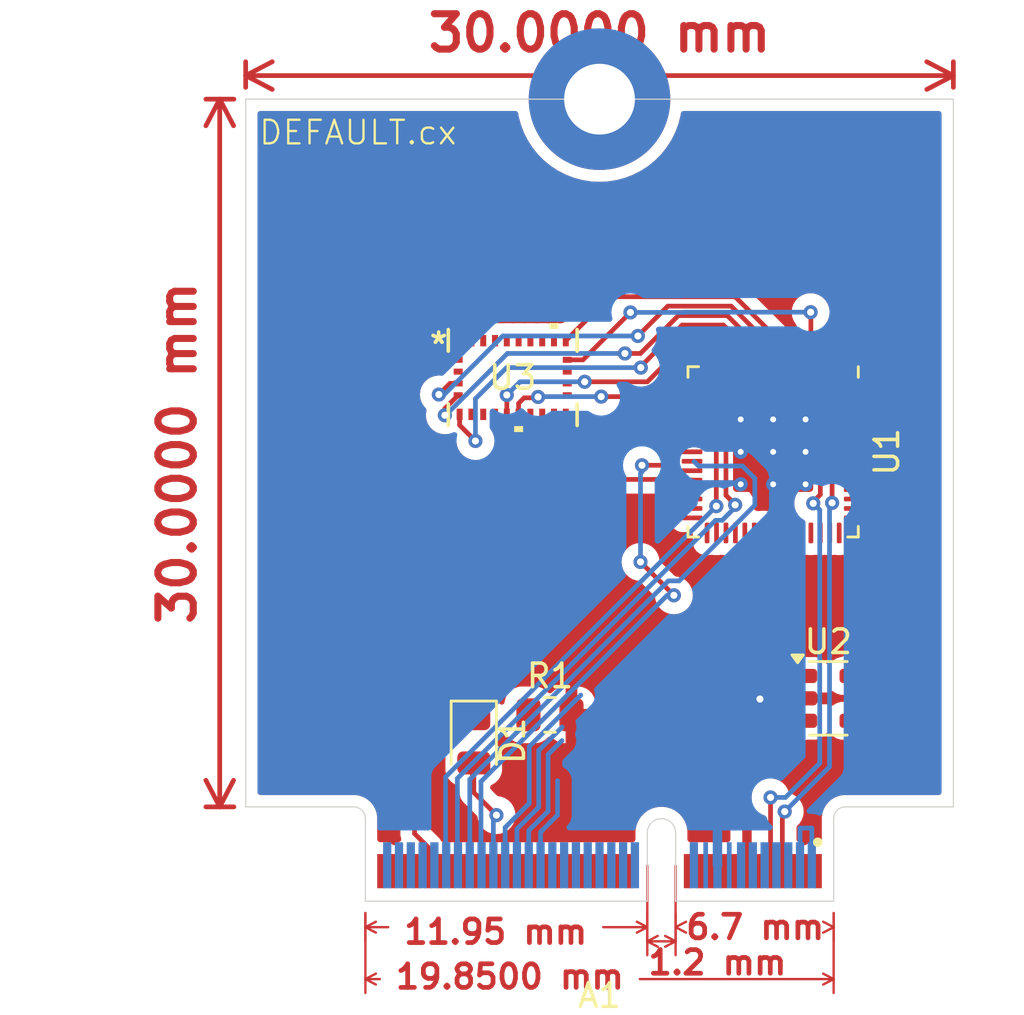
<source format=kicad_pcb>
(kicad_pcb (version 20240108) (generator "pcbnew") (generator_version "8.0")
  (layers (0 "F.Cu" signal) (31 "B.Cu" signal) (34 "B.Paste" user) (35 "F.Paste" user) (36 "B.SilkS" user "B.Silkscreen") (37 "F.SilkS" user "F.Silkscreen") (38 "B.Mask" user) (39 "F.Mask" user) (44 "Edge.Cuts" user))
  (net 0 "")
  (net 1 "+3.3V")
  (net 2 "GND")
  (net 3 "Net-(A1-UART_TX)")
  (net 4 "Net-(A1-UART_RX)")
  (net 5 "Net-(A1-USB_DP)")
  (net 6 "Net-(A1-USB_DM)")
  (net 7 "Net-(A1-TP89)")
  (net 8 "Net-(U1-GPIO9)")
  (net 11 "Net-(U1-GPIO10)")
  (net 19 "Net-(A1-TP92)")
  (net 21 "Net-(U1-GPIO3)")
  (net 24 "Net-(A1-TP88)")
  (net 25 "Net-(U1-GPIO2)")
  (net 26 "Net-(U1-GPIO4)")
  (net 33 "Net-(U1-GPIO5)")
  (net 34 "Net-(U1-GPIO7)")
  (net 36 "Net-(A1-TP87)")
  (net 39 "RESET")
  (net 43 "Net-(A1-TP91)")
  (net 48 "Net-(U1-GPIO8)")
  (net 75 "+5V")
  (net 77 "Net-(U1-GPIO6)")
  (net 78 "Net-(D1-K)")
  (net 79 "Net-(A1-TP90)")
  (footprint "RP2350_60QFN_minimal:RP2350-QFN-60-1EP_7x7_P0.4mm_EP3.4x3.4mm_ThermalVias" (layer "F.Cu") (at 107.36 113.15 -90)
    (property "Reference" "U1" (at 0 -4.82 90) (layer "F.SilkS"))
    (property "Value" "RP2350_60QFN")
    (fp_line (start -3.61 3.61) (end -3.61 3.16) (stroke (width 0.12)) (layer "F.SilkS"))
    (fp_line (start -3.16 3.61) (end -3.61 3.61) (stroke (width 0.12)) (layer "F.SilkS"))
    (fp_line (start 3.16 3.61) (end 3.61 3.61) (stroke (width 0.12)) (layer "F.SilkS"))
    (fp_line (start 3.61 3.61) (end 3.61 3.16) (stroke (width 0.12)) (layer "F.SilkS"))
    (fp_line (start -3.16 -3.61) (end -3.61 -3.61) (stroke (width 0.12)) (layer "F.SilkS"))
    (fp_line (start 3.16 -3.61) (end 3.61 -3.61) (stroke (width 0.12)) (layer "F.SilkS"))
    (fp_line (start 3.61 -3.61) (end 3.61 -3.16) (stroke (width 0.12)) (layer "F.SilkS"))
    (pad "1" smd roundrect (at -3.4375 -2.8 270) (size 0.875 0.2) (layers "F.Cu" "F.Paste" "F.Mask") (chamfer_ratio 0.25) (chamfer top_right))
    (pad "2" smd roundrect (at -3.4375 -2.4 270) (size 0.875 0.2) (layers "F.Cu" "F.Paste" "F.Mask") (net 3 "Net-(A1-UART_TX)"))
    (pad "3" smd roundrect (at -3.4375 -2 270) (size 0.875 0.2) (layers "F.Cu" "F.Paste" "F.Mask") (net 4 "Net-(A1-UART_RX)"))
    (pad "4" smd roundrect (at -3.4375 -1.6 270) (size 0.875 0.2) (layers "F.Cu" "F.Paste" "F.Mask") (net 25 "Net-(U1-GPIO2)"))
    (pad "5" smd roundrect (at -3.4375 -1.2 270) (size 0.875 0.2) (layers "F.Cu" "F.Paste" "F.Mask") (net 21 "Net-(U1-GPIO3)"))
    (pad "6" smd roundrect (at -3.4375 -0.8 270) (size 0.875 0.2) (layers "F.Cu" "F.Paste" "F.Mask"))
    (pad "7" smd roundrect (at -3.4375 -0.4 270) (size 0.875 0.2) (layers "F.Cu" "F.Paste" "F.Mask") (net 26 "Net-(U1-GPIO4)"))
    (pad "8" smd roundrect (at -3.4375 0 270) (size 0.875 0.2) (layers "F.Cu" "F.Paste" "F.Mask") (net 33 "Net-(U1-GPIO5)"))
    (pad "9" smd roundrect (at -3.4375 0.4 270) (size 0.875 0.2) (layers "F.Cu" "F.Paste" "F.Mask") (net 77 "Net-(U1-GPIO6)"))
    (pad "10" smd roundrect (at -3.4375 0.8 270) (size 0.875 0.2) (layers "F.Cu" "F.Paste" "F.Mask") (net 34 "Net-(U1-GPIO7)"))
    (pad "11" smd roundrect (at -3.4375 1.2 270) (size 0.875 0.2) (layers "F.Cu" "F.Paste" "F.Mask"))
    (pad "12" smd roundrect (at -3.4375 1.6 270) (size 0.875 0.2) (layers "F.Cu" "F.Paste" "F.Mask") (net 48 "Net-(U1-GPIO8)"))
    (pad "13" smd roundrect (at -3.4375 2 270) (size 0.875 0.2) (layers "F.Cu" "F.Paste" "F.Mask") (net 8 "Net-(U1-GPIO9)"))
    (pad "14" smd roundrect (at -3.4375 2.4 270) (size 0.875 0.2) (layers "F.Cu" "F.Paste" "F.Mask") (net 11 "Net-(U1-GPIO10)"))
    (pad "15" smd roundrect (at -3.4375 2.8 270) (size 0.875 0.2) (layers "F.Cu" "F.Paste" "F.Mask") (chamfer_ratio 0.25) (chamfer bottom_right) (net 36 "Net-(A1-TP87)"))
    (pad "16" smd roundrect (at -2.8 3.4375 270) (size 0.2 0.875) (layers "F.Cu" "F.Paste" "F.Mask") (chamfer_ratio 0.25) (chamfer top_left) (net 24 "Net-(A1-TP88)"))
    (pad "17" smd roundrect (at -2.4 3.4375 270) (size 0.2 0.875) (layers "F.Cu" "F.Paste" "F.Mask") (net 7 "Net-(A1-TP89)"))
    (pad "18" smd roundrect (at -2 3.4375 270) (size 0.2 0.875) (layers "F.Cu" "F.Paste" "F.Mask"))
    (pad "19" smd roundrect (at -1.6 3.4375 270) (size 0.2 0.875) (layers "F.Cu" "F.Paste" "F.Mask"))
    (pad "20" smd roundrect (at -1.2 3.4375 270) (size 0.2 0.875) (layers "F.Cu" "F.Paste" "F.Mask"))
    (pad "21" smd roundrect (at -0.8 3.4375 270) (size 0.2 0.875) (layers "F.Cu" "F.Paste" "F.Mask"))
    (pad "22" smd roundrect (at -0.4 3.4375 270) (size 0.2 0.875) (layers "F.Cu" "F.Paste" "F.Mask"))
    (pad "23" smd roundrect (at 0 3.4375 270) (size 0.2 0.875) (layers "F.Cu" "F.Paste" "F.Mask"))
    (pad "24" smd roundrect (at 0.4 3.4375 270) (size 0.2 0.875) (layers "F.Cu" "F.Paste" "F.Mask") (net 19 "Net-(A1-TP92)"))
    (pad "25" smd roundrect (at 0.8 3.4375 270) (size 0.2 0.875) (layers "F.Cu" "F.Paste" "F.Mask") (net 43 "Net-(A1-TP91)"))
    (pad "26" smd roundrect (at 1.2 3.4375 270) (size 0.2 0.875) (layers "F.Cu" "F.Paste" "F.Mask") (net 39 "RESET"))
    (pad "27" smd roundrect (at 1.6 3.4375 270) (size 0.2 0.875) (layers "F.Cu" "F.Paste" "F.Mask"))
    (pad "28" smd roundrect (at 2 3.4375 270) (size 0.2 0.875) (layers "F.Cu" "F.Paste" "F.Mask"))
    (pad "29" smd roundrect (at 2.4 3.4375 270) (size 0.2 0.875) (layers "F.Cu" "F.Paste" "F.Mask"))
    (pad "30" smd roundrect (at 2.8 3.4375 270) (size 0.2 0.875) (layers "F.Cu" "F.Paste" "F.Mask") (chamfer_ratio 0.25) (chamfer top_right))
    (pad "31" smd roundrect (at 3.4375 2.8 270) (size 0.875 0.2) (layers "F.Cu" "F.Paste" "F.Mask") (chamfer_ratio 0.25) (chamfer bottom_left))
    (pad "32" smd roundrect (at 3.4375 2.4 270) (size 0.875 0.2) (layers "F.Cu" "F.Paste" "F.Mask"))
    (pad "33" smd roundrect (at 3.4375 2 270) (size 0.875 0.2) (layers "F.Cu" "F.Paste" "F.Mask"))
    (pad "34" smd roundrect (at 3.4375 1.6 270) (size 0.875 0.2) (layers "F.Cu" "F.Paste" "F.Mask"))
    (pad "35" smd roundrect (at 3.4375 1.2 270) (size 0.875 0.2) (layers "F.Cu" "F.Paste" "F.Mask"))
    (pad "36" smd roundrect (at 3.4375 0.8 270) (size 0.875 0.2) (layers "F.Cu" "F.Paste" "F.Mask"))
    (pad "37" smd roundrect (at 3.4375 0.4 270) (size 0.875 0.2) (layers "F.Cu" "F.Paste" "F.Mask"))
    (pad "38" smd roundrect (at 3.4375 0 270) (size 0.875 0.2) (layers "F.Cu" "F.Paste" "F.Mask"))
    (pad "39" smd roundrect (at 3.4375 -0.4 270) (size 0.875 0.2) (layers "F.Cu" "F.Paste" "F.Mask"))
    (pad "40" smd roundrect (at 3.4375 -0.8 270) (size 0.875 0.2) (layers "F.Cu" "F.Paste" "F.Mask"))
    (pad "41" smd roundrect (at 3.4375 -1.2 270) (size 0.875 0.2) (layers "F.Cu" "F.Paste" "F.Mask"))
    (pad "42" smd roundrect (at 3.4375 -1.6 270) (size 0.875 0.2) (layers "F.Cu" "F.Paste" "F.Mask"))
    (pad "43" smd roundrect (at 3.4375 -2 270) (size 0.875 0.2) (layers "F.Cu" "F.Paste" "F.Mask"))
    (pad "44" smd roundrect (at 3.4375 -2.4 270) (size 0.875 0.2) (layers "F.Cu" "F.Paste" "F.Mask"))
    (pad "45" smd roundrect (at 3.4375 -2.8 270) (size 0.875 0.2) (layers "F.Cu" "F.Paste" "F.Mask") (chamfer_ratio 0.25) (chamfer top_left))
    (pad "46" smd roundrect (at 2.8 -3.4375 270) (size 0.2 0.875) (layers "F.Cu" "F.Paste" "F.Mask") (chamfer_ratio 0.25) (chamfer bottom_right) (net 1 "+3.3V"))
    (pad "47" smd roundrect (at 2.4 -3.4375 270) (size 0.2 0.875) (layers "F.Cu" "F.Paste" "F.Mask") (net 1 "+3.3V"))
    (pad "48" smd roundrect (at 2 -3.4375 270) (size 0.2 0.875) (layers "F.Cu" "F.Paste" "F.Mask") (net 1 "+3.3V"))
    (pad "49" smd roundrect (at 1.6 -3.4375 270) (size 0.2 0.875) (layers "F.Cu" "F.Paste" "F.Mask") (net 1 "+3.3V"))
    (pad "50" smd roundrect (at 1.2 -3.4375 270) (size 0.2 0.875) (layers "F.Cu" "F.Paste" "F.Mask") (net 1 "+3.3V"))
    (pad "51" smd roundrect (at 0.8 -3.4375 270) (size 0.2 0.875) (layers "F.Cu" "F.Paste" "F.Mask") (net 6 "Net-(A1-USB_DM)"))
    (pad "52" smd roundrect (at 0.4 -3.4375 270) (size 0.2 0.875) (layers "F.Cu" "F.Paste" "F.Mask") (net 5 "Net-(A1-USB_DP)"))
    (pad "53" smd roundrect (at 0 -3.4375 270) (size 0.2 0.875) (layers "F.Cu" "F.Paste" "F.Mask"))
    (pad "54" smd roundrect (at -0.4 -3.4375 270) (size 0.2 0.875) (layers "F.Cu" "F.Paste" "F.Mask"))
    (pad "55" smd roundrect (at -0.8 -3.4375 270) (size 0.2 0.875) (layers "F.Cu" "F.Paste" "F.Mask"))
    (pad "56" smd roundrect (at -1.2 -3.4375 270) (size 0.2 0.875) (layers "F.Cu" "F.Paste" "F.Mask"))
    (pad "57" smd roundrect (at -1.6 -3.4375 270) (size 0.2 0.875) (layers "F.Cu" "F.Paste" "F.Mask"))
    (pad "58" smd roundrect (at -2 -3.4375 270) (size 0.2 0.875) (layers "F.Cu" "F.Paste" "F.Mask"))
    (pad "59" smd roundrect (at -2.4 -3.4375 270) (size 0.2 0.875) (layers "F.Cu" "F.Paste" "F.Mask"))
    (pad "60" smd roundrect (at -2.8 -3.4375 270) (size 0.2 0.875) (layers "F.Cu" "F.Paste" "F.Mask") (chamfer_ratio 0.25) (chamfer bottom_left))
    (pad "61" thru_hole circle (at -1.375 -1.375 270) (size 0.6 0.6) (drill 0.25) (layers "*.Cu") (net 2 "GND"))
    (pad "61" thru_hole circle (at -1.375 0 270) (size 0.6 0.6) (drill 0.25) (layers "*.Cu") (net 2 "GND"))
    (pad "61" thru_hole circle (at -1.375 1.375 270) (size 0.6 0.6) (drill 0.25) (layers "*.Cu") (net 2 "GND"))
    (pad "61" thru_hole circle (at 0 -1.375 270) (size 0.6 0.6) (drill 0.25) (layers "*.Cu") (net 2 "GND"))
    (pad "61" thru_hole circle (at 0 0 270) (size 0.6 0.6) (drill 0.25) (layers "*.Cu") (net 2 "GND"))
    (pad "61" smd roundrect (at 0 0) (size 3.4 3.4) (layers "F.Cu" "F.Mask") (roundrect_rratio 0.045) (net 2 "GND"))
    (pad "61" thru_hole circle (at 0 1.375 270) (size 0.6 0.6) (drill 0.25) (layers "*.Cu") (net 2 "GND"))
    (pad "61" thru_hole circle (at 1.375 -1.375 270) (size 0.6 0.6) (drill 0.25) (layers "*.Cu") (net 2 "GND"))
    (pad "61" thru_hole circle (at 1.375 0 270) (size 0.6 0.6) (drill 0.25) (layers "*.Cu") (net 2 "GND"))
    (pad "61" thru_hole circle (at 1.375 1.375 270) (size 0.6 0.6) (drill 0.25) (layers "*.Cu") (net 2 "GND"))
  )
  (footprint "footprints:QFN28_BNO086_CEV" (layer "F.Cu") (at 96.32 110)
    (property "Reference" "U3" (at 0 0 0) (layer "F.SilkS"))
    (property "Value" "BNO086")
    (fp_line (start -2.7305 -2.032) (end -2.7305 -1.118782) (stroke (width 0.1524)) (layer "F.SilkS"))
    (fp_line (start -2.7305 1.118782) (end -2.7305 2.032) (stroke (width 0.1524)) (layer "F.SilkS"))
    (fp_line (start 2.7305 -1.118782) (end 2.7305 -2.032) (stroke (width 0.1524)) (layer "F.SilkS"))
    (fp_line (start 2.7305 2.032) (end 2.7305 1.118782) (stroke (width 0.1524)) (layer "F.SilkS"))
    (fp_poly (pts (xy 0.059499 2.0574) (xy 0.059499 2.3114) (xy 0.4405 2.3114) (xy 0.4405 2.0574)) (fill solid) (layer "F.SilkS"))
    (fp_poly (pts (xy 1.559499 -2.0574) (xy 1.559499 -2.3114) (xy 1.940499 -2.3114) (xy 1.940499 -2.0574)) (fill solid) (layer "F.SilkS"))
    (fp_text user "*" (at -3.1369 -1.381 0) (layer "F.SilkS"))
    (fp_text user "*" (at -3.1369 -1.381 0) (layer "F.SilkS"))
    (pad "1" smd rect (at -2.250001 -1.5621) (size 0.254 0.4826) (layers "F.Cu" "F.Paste" "F.Mask"))
    (pad "2" smd rect (at -2.3114 -0.750001 90) (size 0.254 0.381) (layers "F.Cu" "F.Paste" "F.Mask"))
    (pad "3" smd rect (at -2.3114 -0.25 90) (size 0.254 0.381) (layers "F.Cu" "F.Paste" "F.Mask"))
    (pad "4" smd rect (at -2.3114 0.25 90) (size 0.254 0.381) (layers "F.Cu" "F.Paste" "F.Mask") (net 33 "Net-(U1-GPIO5)"))
    (pad "5" smd rect (at -2.3114 0.750001 90) (size 0.254 0.381) (layers "F.Cu" "F.Paste" "F.Mask") (net 77 "Net-(U1-GPIO6)"))
    (pad "6" smd rect (at -2.250001 1.5621) (size 0.254 0.4826) (layers "F.Cu" "F.Paste" "F.Mask") (net 34 "Net-(U1-GPIO7)"))
    (pad "7" smd rect (at -1.749999 1.5621) (size 0.254 0.4826) (layers "F.Cu" "F.Paste" "F.Mask"))
    (pad "8" smd rect (at -1.25 1.5621) (size 0.254 0.4826) (layers "F.Cu" "F.Paste" "F.Mask"))
    (pad "9" smd rect (at -0.750001 1.5621) (size 0.254 0.4826) (layers "F.Cu" "F.Paste" "F.Mask"))
    (pad "10" smd rect (at -0.25 1.5621) (size 0.254 0.4826) (layers "F.Cu" "F.Paste" "F.Mask") (net 48 "Net-(U1-GPIO8)"))
    (pad "11" smd rect (at 0.25 1.5621) (size 0.254 0.4826) (layers "F.Cu" "F.Paste" "F.Mask") (net 8 "Net-(U1-GPIO9)"))
    (pad "12" smd rect (at 0.750001 1.5621) (size 0.254 0.4826) (layers "F.Cu" "F.Paste" "F.Mask"))
    (pad "13" smd rect (at 1.25 1.5621) (size 0.254 0.4826) (layers "F.Cu" "F.Paste" "F.Mask"))
    (pad "14" smd rect (at 1.749999 1.5621) (size 0.254 0.4826) (layers "F.Cu" "F.Paste" "F.Mask") (net 11 "Net-(U1-GPIO10)"))
    (pad "15" smd rect (at 2.250001 1.5621) (size 0.254 0.4826) (layers "F.Cu" "F.Paste" "F.Mask"))
    (pad "16" smd rect (at 2.3114 0.750001 90) (size 0.254 0.381) (layers "F.Cu" "F.Paste" "F.Mask"))
    (pad "17" smd rect (at 2.3114 0.25 90) (size 0.254 0.381) (layers "F.Cu" "F.Paste" "F.Mask") (net 21 "Net-(U1-GPIO3)"))
    (pad "18" smd rect (at 2.3114 -0.25 90) (size 0.254 0.381) (layers "F.Cu" "F.Paste" "F.Mask"))
    (pad "19" smd rect (at 2.3114 -0.750001 90) (size 0.254 0.381) (layers "F.Cu" "F.Paste" "F.Mask") (net 25 "Net-(U1-GPIO2)"))
    (pad "20" smd rect (at 2.250001 -1.5621) (size 0.254 0.4826) (layers "F.Cu" "F.Paste" "F.Mask") (net 26 "Net-(U1-GPIO4)"))
    (pad "21" smd rect (at 1.749999 -1.5621) (size 0.254 0.4826) (layers "F.Cu" "F.Paste" "F.Mask"))
    (pad "22" smd rect (at 1.25 -1.5621) (size 0.254 0.4826) (layers "F.Cu" "F.Paste" "F.Mask"))
    (pad "23" smd rect (at 0.750001 -1.5621) (size 0.254 0.4826) (layers "F.Cu" "F.Paste" "F.Mask"))
    (pad "24" smd rect (at 0.25 -1.5621) (size 0.254 0.4826) (layers "F.Cu" "F.Paste" "F.Mask"))
    (pad "25" smd rect (at -0.25 -1.5621) (size 0.254 0.4826) (layers "F.Cu" "F.Paste" "F.Mask"))
    (pad "26" smd rect (at -0.750001 -1.5621) (size 0.254 0.4826) (layers "F.Cu" "F.Paste" "F.Mask"))
    (pad "27" smd rect (at -1.25 -1.5621) (size 0.254 0.4826) (layers "F.Cu" "F.Paste" "F.Mask"))
    (pad "28" smd rect (at -1.749999 -1.5621) (size 0.254 0.4826) (layers "F.Cu" "F.Paste" "F.Mask"))
  )
  (footprint "DEFAULT:E_Key" (layer "F.Cu") (at 100 132.2)
    (property "Reference" "A1" (at 0 4 180) (layer "F.SilkS"))
    (property "Value" "~")
    (fp_circle (center 9.25 -2.5) (end 9.35 -2.5) (stroke (width 0.2)) (fill none) (layer "F.SilkS"))
    (fp_line (start -15 -34) (end -15 -4) (stroke (width 0.05)) (layer "Edge.Cuts"))
    (fp_line (start -10.425 -4) (end -15 -4) (stroke (width 0.05)) (layer "Edge.Cuts"))
    (fp_line (start -9.925 -3.5) (end -9.925 0) (stroke (width 0.05)) (layer "Edge.Cuts"))
    (fp_line (start -9.925 0) (end 0 0) (stroke (width 0.05)) (layer "Edge.Cuts"))
    (fp_line (start 0 0) (end 2.025 0) (stroke (width 0.05)) (layer "Edge.Cuts"))
    (fp_line (start 2.025 0) (end 2.025 -2.9) (stroke (width 0.05)) (layer "Edge.Cuts"))
    (fp_line (start 3.225 -2.9) (end 3.225 0) (stroke (width 0.05)) (layer "Edge.Cuts"))
    (fp_line (start 3.225 0) (end 9.925 0) (stroke (width 0.05)) (layer "Edge.Cuts"))
    (fp_line (start 9.925 0) (end 9.925 -3.5) (stroke (width 0.05)) (layer "Edge.Cuts"))
    (fp_line (start 10.425 -4) (end 15 -4) (stroke (width 0.05)) (layer "Edge.Cuts"))
    (fp_line (start 15 -34) (end -15 -34) (stroke (width 0.05)) (layer "Edge.Cuts"))
    (fp_line (start 15 -4) (end 15 -34) (stroke (width 0.05)) (layer "Edge.Cuts"))
    (fp_arc (start -10.425 -4) (mid -10.071447 -3.853553) (end -9.925 -3.5) (stroke (width 0.05)) (layer "Edge.Cuts"))
    (fp_arc (start 2.025 -2.9) (mid 2.625 -3.5) (end 3.225 -2.9) (stroke (width 0.05)) (layer "Edge.Cuts"))
    (fp_arc (start 9.925 -3.5) (mid 10.071447 -3.853553) (end 10.425 -4) (stroke (width 0.05)) (layer "Edge.Cuts"))
    (fp_text user "DEFAULT.cx" (at -14.5 -32 0) (layer "F.SilkS") (effects (font (thickness 0.1)) (justify left bottom)))
    (pad "1" smd rect (at 9.25 -1.275) (size 0.35 1.45) (layers "F.Cu"))
    (pad "2" smd rect (at 9 -1.525) (size 0.35 1.95) (layers "B.Cu") (net 1 "+3.3V"))
    (pad "3" smd rect (at 8.75 -1.275) (size 0.35 1.45) (layers "F.Cu") (net 2 "GND"))
    (pad "4" smd rect (at 8.5 -1.525) (size 0.35 1.95) (layers "B.Cu") (net 1 "+3.3V"))
    (pad "5" smd rect (at 8.25 -1.275) (size 0.35 1.45) (layers "F.Cu") (net 2 "GND"))
    (pad "6" smd rect (at 8 -1.525) (size 0.35 1.95) (layers "B.Cu"))
    (pad "7" smd rect (at 7.75 -1.275) (size 0.35 1.45) (layers "F.Cu") (net 6 "Net-(A1-USB_DM)"))
    (pad "8" smd rect (at 7.5 -1.525) (size 0.35 1.95) (layers "B.Cu"))
    (pad "9" smd rect (at 7.25 -1.275) (size 0.35 1.45) (layers "F.Cu") (net 5 "Net-(A1-USB_DP)"))
    (pad "10" smd rect (at 7 -1.525) (size 0.35 1.95) (layers "B.Cu"))
    (pad "11" smd rect (at 6.75 -1.275) (size 0.35 1.45) (layers "F.Cu"))
    (pad "12" smd rect (at 6.5 -1.525) (size 0.35 1.95) (layers "B.Cu"))
    (pad "13" smd rect (at 6.25 -1.275) (size 0.35 1.45) (layers "F.Cu") (net 75 "+5V"))
    (pad "14" smd rect (at 6 -1.525) (size 0.35 1.95) (layers "B.Cu"))
    (pad "15" smd rect (at 5.75 -1.275) (size 0.35 1.45) (layers "F.Cu"))
    (pad "16" smd rect (at 5.5 -1.525) (size 0.2 1.95) (layers "B.Cu"))
    (pad "17" smd rect (at 5.25 -1.275) (size 0.35 1.45) (layers "F.Cu"))
    (pad "18" smd rect (at 5 -1.525) (size 0.35 1.95) (layers "B.Cu") (net 2 "GND"))
    (pad "19" smd rect (at 4.75 -1.275) (size 0.35 1.45) (layers "F.Cu"))
    (pad "20" smd rect (at 4.5 -1.525) (size 0.2 1.95) (layers "B.Cu"))
    (pad "21" smd rect (at 4.25 -1.275) (size 0.35 1.45) (layers "F.Cu"))
    (pad "22" smd rect (at 4 -1.525) (size 0.35 1.95) (layers "B.Cu"))
    (pad "23" smd rect (at 3.75 -1.275) (size 0.35 1.45) (layers "F.Cu"))
    (pad "24" thru_hole circle (at 0 -34) (size 6 6) (drill 3) (layers "*.Cu" "*.Mask"))
    (pad "32" smd rect (at 1.5 -1.525) (size 0.35 1.95) (layers "B.Cu"))
    (pad "33" smd rect (at 1.25 -1.275) (size 0.35 1.45) (layers "F.Cu"))
    (pad "34" smd rect (at 1 -1.525) (size 0.35 1.95) (layers "B.Cu"))
    (pad "35" smd rect (at 0.75 -1.275) (size 0.35 1.45) (layers "F.Cu"))
    (pad "36" smd rect (at 0.5 -1.525) (size 0.35 1.95) (layers "B.Cu"))
    (pad "37" smd rect (at 0.25 -1.275) (size 0.35 1.45) (layers "F.Cu"))
    (pad "38" smd rect (at 0 -1.525) (size 0.35 1.95) (layers "B.Cu"))
    (pad "39" smd rect (at -0.25 -1.275) (size 0.35 1.45) (layers "F.Cu"))
    (pad "40" smd rect (at -0.5 -1.525) (size 0.35 1.95) (layers "B.Cu"))
    (pad "41" smd rect (at -0.75 -1.275) (size 0.35 1.45) (layers "F.Cu"))
    (pad "42" smd rect (at -1 -1.525) (size 0.35 1.95) (layers "B.Cu"))
    (pad "43" smd rect (at -1.25 -1.275) (size 0.35 1.45) (layers "F.Cu"))
    (pad "44" smd rect (at -1.5 -1.525) (size 0.35 1.95) (layers "B.Cu"))
    (pad "45" smd rect (at -1.75 -1.275) (size 0.35 1.45) (layers "F.Cu"))
    (pad "46" smd rect (at -2 -1.525) (size 0.35 1.95) (layers "B.Cu"))
    (pad "47" smd rect (at -2.25 -1.275) (size 0.35 1.45) (layers "F.Cu"))
    (pad "48" smd rect (at -2.5 -1.525) (size 0.35 1.95) (layers "B.Cu") (net 36 "Net-(A1-TP87)"))
    (pad "49" smd rect (at -2.75 -1.275) (size 0.35 1.45) (layers "F.Cu"))
    (pad "50" smd rect (at -3 -1.525) (size 0.35 1.95) (layers "B.Cu") (net 24 "Net-(A1-TP88)"))
    (pad "51" smd rect (at -3.25 -1.275) (size 0.35 1.45) (layers "F.Cu"))
    (pad "52" smd rect (at -3.5 -1.525) (size 0.35 1.95) (layers "B.Cu") (net 7 "Net-(A1-TP89)"))
    (pad "53" smd rect (at -3.75 -1.275) (size 0.35 1.45) (layers "F.Cu"))
    (pad "54" smd rect (at -4 -1.525) (size 0.35 1.95) (layers "B.Cu") (net 79 "Net-(A1-TP90)"))
    (pad "55" smd rect (at -4.25 -1.275) (size 0.35 1.45) (layers "F.Cu"))
    (pad "56" smd rect (at -4.5 -1.525) (size 0.35 1.95) (layers "B.Cu") (net 79 "Net-(A1-TP90)"))
    (pad "57" smd rect (at -4.75 -1.275) (size 0.35 1.45) (layers "F.Cu"))
    (pad "58" smd rect (at -5 -1.525) (size 0.35 1.95) (layers "B.Cu") (net 43 "Net-(A1-TP91)"))
    (pad "59" smd rect (at -5.25 -1.275) (size 0.35 1.45) (layers "F.Cu"))
    (pad "60" smd rect (at -5.5 -1.525) (size 0.35 1.95) (layers "B.Cu") (net 19 "Net-(A1-TP92)"))
    (pad "61" smd rect (at -5.75 -1.275) (size 0.35 1.45) (layers "F.Cu"))
    (pad "62" smd rect (at -6 -1.525) (size 0.35 1.95) (layers "B.Cu") (net 3 "Net-(A1-UART_TX)"))
    (pad "63" smd rect (at -6.25 -1.275) (size 0.35 1.45) (layers "F.Cu"))
    (pad "64" smd rect (at -6.5 -1.525) (size 0.35 1.95) (layers "B.Cu") (net 4 "Net-(A1-UART_RX)"))
    (pad "65" smd rect (at -6.75 -1.275) (size 0.35 1.45) (layers "F.Cu"))
    (pad "66" smd rect (at -7 -1.525) (size 0.35 1.95) (layers "B.Cu"))
    (pad "67" smd rect (at -7.25 -1.275) (size 0.35 1.45) (layers "F.Cu") (net 39 "RESET"))
    (pad "68" smd rect (at -7.5 -1.525) (size 0.35 1.95) (layers "B.Cu") (net 75 "+5V"))
    (pad "69" smd rect (at -7.75 -1.275) (size 0.35 1.45) (layers "F.Cu"))
    (pad "70" smd rect (at -8 -1.525) (size 0.35 1.95) (layers "B.Cu") (net 75 "+5V"))
    (pad "71" smd rect (at -8.25 -1.275) (size 0.35 1.45) (layers "F.Cu") (net 2 "GND"))
    (pad "72" smd rect (at -8.5 -1.525) (size 0.35 1.95) (layers "B.Cu") (net 75 "+5V"))
    (pad "73" smd rect (at -8.75 -1.275) (size 0.35 1.45) (layers "F.Cu") (net 2 "GND"))
    (pad "74" smd rect (at -9 -1.525) (size 0.35 1.95) (layers "B.Cu"))
    (pad "75" smd rect (at -9.25 -1.275) (size 0.35 1.45) (layers "F.Cu"))
  )
  (footprint "Package_TO_SOT_SMD:SOT-23-5" (layer "F.Cu") (at 109.7 123.6)
    (property "Reference" "U2" (at 0 -2.4 0) (layer "F.SilkS"))
    (property "Value" "TLV70030_SOT23-5")
    (fp_line (start 0 -1.56) (end -0.8 -1.56) (stroke (width 0.12)) (layer "F.SilkS"))
    (fp_line (start 0 -1.56) (end 0.8 -1.56) (stroke (width 0.12)) (layer "F.SilkS"))
    (fp_line (start 0 1.56) (end -0.8 1.56) (stroke (width 0.12)) (layer "F.SilkS"))
    (fp_line (start 0 1.56) (end 0.8 1.56) (stroke (width 0.12)) (layer "F.SilkS"))
    (fp_poly (pts (xy -1.3 -1.51) (xy -1.54 -1.84) (xy -1.06 -1.84) (xy -1.3 -1.51)) (stroke (width 0.12)) (fill solid) (layer "F.SilkS"))
    (pad "1" smd roundrect (at -1.1375 -0.95) (size 1.325 0.6) (layers "F.Cu" "F.Paste" "F.Mask") (net 75 "+5V"))
    (pad "2" smd roundrect (at -1.1375 0) (size 1.325 0.6) (layers "F.Cu" "F.Paste" "F.Mask") (net 2 "GND"))
    (pad "3" smd roundrect (at -1.1375 0.95) (size 1.325 0.6) (layers "F.Cu" "F.Paste" "F.Mask") (net 75 "+5V"))
    (pad "4" smd roundrect (at 1.1375 0.95) (size 1.325 0.6) (layers "F.Cu" "F.Paste" "F.Mask"))
    (pad "5" smd roundrect (at 1.1375 -0.95) (size 1.325 0.6) (layers "F.Cu" "F.Paste" "F.Mask") (net 1 "+3.3V"))
  )
  (footprint "Resistor_SMD:R_0805_2012Metric" (layer "F.Cu") (at 97.9 124.3)
    (property "Reference" "R1" (at 0 -1.65 0) (layer "F.SilkS"))
    (property "Value" "R")
    (fp_line (start -0.227064 -0.735) (end 0.227064 -0.735) (stroke (width 0.12)) (layer "F.SilkS"))
    (fp_line (start -0.227064 0.735) (end 0.227064 0.735) (stroke (width 0.12)) (layer "F.SilkS"))
    (pad "1" smd roundrect (at -0.9125 0) (size 1.025 1.4) (layers "F.Cu" "F.Paste" "F.Mask") (roundrect_rratio 0.243902) (net 78 "Net-(D1-K)"))
    (pad "2" smd roundrect (at 0.9125 0) (size 1.025 1.4) (layers "F.Cu" "F.Paste" "F.Mask") (roundrect_rratio 0.243902) (net 2 "GND"))
  )
  (footprint "LED_SMD:LED_0805_2012Metric" (layer "F.Cu") (at 94.67 125.4 -90)
    (property "Reference" "D1" (at 0 -1.65 90) (layer "F.SilkS"))
    (property "Value" "LED")
    (fp_line (start -1.685 0.96) (end 1 0.96) (stroke (width 0.12)) (layer "F.SilkS"))
    (fp_line (start -1.685 -0.96) (end -1.685 0.96) (stroke (width 0.12)) (layer "F.SilkS"))
    (fp_line (start 1 -0.96) (end -1.685 -0.96) (stroke (width 0.12)) (layer "F.SilkS"))
    (pad "1" smd roundrect (at -0.9375 0 270) (size 0.975 1.4) (layers "F.Cu" "F.Paste" "F.Mask") (net 78 "Net-(D1-K)"))
    (pad "2" smd roundrect (at 0.9375 0 270) (size 0.975 1.4) (layers "F.Cu" "F.Paste" "F.Mask") (net 79 "Net-(A1-TP90)"))
  )
  (dimension (type aligned) (layer "F.Cu") (pts (xy 102.025 130.2) (xy 103.225 130.2)) (height 3.7) (gr_text "1.2 mm" (at 105 134.8 0) (layer "F.Cu") (effects (font (size 1 1) (thickness 0.2) (bold yes)))) (format (prefix "") (suffix "") (units 3) (units_format 1) (precision 4) suppress_zeroes) (style (thickness 0.1) (arrow_length 0.5) (text_position_mode 2) (extension_height 0.58642) (extension_offset 0.5) keep_text_aligned))
  (dimension (type aligned) (layer "F.Cu") (pts (xy 90.075 132.2) (xy 109.925 132.2)) (height 3.3) (gr_text "19.8500 mm" (at 96.2 135.4 0) (layer "F.Cu") (effects (font (size 1 1) (thickness 0.2) (bold yes)))) (format (prefix "") (suffix "") (units 3) (units_format 1) (precision 4)) (style (thickness 0.1) (arrow_length 0.5) (text_position_mode 2) (extension_height 0.58642) (extension_offset 0.5) keep_text_aligned))
  (dimension (type aligned) (layer "F.Cu") (pts (xy 103.225 132.2) (xy 109.925 132.2)) (height 1.1) (gr_text "6.7 mm" (at 106.6 133.3 0) (layer "F.Cu") (effects (font (size 1 1) (thickness 0.2)))) (format (prefix "") (suffix "") (units 3) (units_format 1) (precision 4) suppress_zeroes) (style (thickness 0.1) (arrow_length 0.5) (text_position_mode 2) (extension_height 0.58642) (extension_offset 0.5) keep_text_aligned))
  (dimension (type aligned) (layer "F.Cu") (pts (xy 90.075 132.2) (xy 102.025 132.2)) (height 1.1) (gr_text "11.95 mm" (at 95.6 133.5 0) (layer "F.Cu") (effects (font (size 1 1) (thickness 0.2) (bold yes)))) (format (prefix "") (suffix "") (units 3) (units_format 1) (precision 2) suppress_zeroes) (style (thickness 0.1) (arrow_length 0.5) (text_position_mode 2) (extension_height 0.58642) (extension_offset 0.5) keep_text_aligned))
  (dimension (type aligned) (layer "F.Cu") (pts (xy 85 98.2) (xy 115 98.2)) (height -1) (gr_text "30.0000 mm" (at 100 95.4 0) (layer "F.Cu") (effects (font (size 1.5 1.5) (thickness 0.3)))) (format (prefix "") (suffix "") (units 3) (units_format 1) (precision 4)) (style (thickness 0.2) (arrow_length 1.27) (text_position_mode 0) (extension_height 0.58642) (extension_offset 0.5) keep_text_aligned))
  (dimension (type aligned) (layer "F.Cu") (pts (xy 85 98.2) (xy 85 128.2)) (height 1.1) (gr_text "30.0000 mm" (at 82.1 113.2 90) (layer "F.Cu") (effects (font (size 1.5 1.5) (thickness 0.3)))) (format (prefix "") (suffix "") (units 3) (units_format 1) (precision 4)) (style (thickness 0.2) (arrow_length 1.27) (text_position_mode 0) (extension_height 0.58642) (extension_offset 0.5) keep_text_aligned))
  (segment (start 95.75 130.925) (end 95.75 130.65) (width 0.2) (layer "F.Cu") (net 0))
  (segment (start 95.75 130.65) (end 95.8 130.6) (width 0.2) (layer "F.Cu") (net 0))
  (segment (start 110.8375 122.65) (end 110.6375 122.45) (width 0.4) (layer "F.Cu") (net 1))
  (segment (start 109 130.675) (end 109 129.1) (width 0.2) (layer "B.Cu") (net 1))
  (segment (start 109 129.1) (end 108.5 129.1) (width 0.2) (layer "B.Cu") (net 1))
  (segment (start 108.5 129.1) (end 108.5 130.675) (width 0.2) (layer "B.Cu") (net 1))
  (segment (start 106.83 123.6) (end 106.8 123.63) (width 0.4) (layer "F.Cu") (net 2))
  (segment (start 108.5625 123.6) (end 106.83 123.6) (width 0.4) (layer "F.Cu") (net 2))
  (via (at 106.8 123.63) (size 0.6) (drill 0.3) (layers "F.Cu" "B.Cu") (net 2))
  (segment (start 105 125.43) (end 106.8 123.63) (width 0.4) (layer "B.Cu") (net 2))
  (segment (start 105 130.675) (end 105 125.43) (width 0.4) (layer "B.Cu") (net 2))
  (segment (start 105.749327 115.397151) (end 105.55 115.197824) (width 0.2) (layer "F.Cu") (net 3))
  (segment (start 109.282045 110.89) (end 109.76 110.412045) (width 0.2) (layer "F.Cu") (net 3))
  (segment (start 105.36 114.991471) (end 105.36 111.411122) (width 0.2) (layer "F.Cu") (net 3))
  (segment (start 109.76 110.412045) (end 109.76 109.7125) (width 0.2) (layer "F.Cu") (net 3))
  (segment (start 105.36 111.411122) (end 105.881122 110.89) (width 0.2) (layer "F.Cu") (net 3))
  (segment (start 105.55 115.181471) (end 105.36 114.991471) (width 0.2) (layer "F.Cu") (net 3))
  (segment (start 105.55 115.197824) (end 105.55 115.181471) (width 0.2) (layer "F.Cu") (net 3))
  (segment (start 105.881122 110.89) (end 109.282045 110.89) (width 0.2) (layer "F.Cu") (net 3))
  (via (at 105.749327 115.397151) (size 0.6) (drill 0.3) (layers "F.Cu" "B.Cu") (net 3))
  (segment (start 105.199794 116.052839) (end 104.916951 116.052839) (width 0.2) (layer "B.Cu") (net 3))
  (segment (start 104.916951 116.052839) (end 93.975 126.99479) (width 0.2) (layer "B.Cu") (net 3))
  (segment (start 105.749327 115.397151) (end 105.749327 115.503306) (width 0.2) (layer "B.Cu") (net 3))
  (segment (start 105.749327 115.503306) (end 105.199794 116.052839) (width 0.2) (layer "B.Cu") (net 3))
  (segment (start 93.975 126.99479) (end 93.975 130.96) (width 0.2) (layer "B.Cu") (net 3))
  (segment (start 105.715436 110.49) (end 109.11636 110.49) (width 0.2) (layer "F.Cu") (net 4))
  (segment (start 109.11636 110.49) (end 109.36 110.24636) (width 0.2) (layer "F.Cu") (net 4))
  (segment (start 104.95 111.255436) (end 105.715436 110.49) (width 0.2) (layer "F.Cu") (net 4))
  (segment (start 104.951265 115.452839) (end 104.95 115.451574) (width 0.2) (layer "F.Cu") (net 4))
  (segment (start 104.95 115.451574) (end 104.95 111.255436) (width 0.2) (layer "F.Cu") (net 4))
  (segment (start 109.36 110.24636) (end 109.36 109.7125) (width 0.2) (layer "F.Cu") (net 4))
  (via (at 104.951265 115.452839) (size 0.6) (drill 0.3) (layers "F.Cu" "B.Cu") (net 4))
  (segment (start 93.475 126.929104) (end 93.475 130.34) (width 0.2) (layer "B.Cu") (net 4))
  (segment (start 104.951265 115.452839) (end 93.475 126.929104) (width 0.2) (layer "B.Cu") (net 4))
  (segment (start 109.059471 115.264052) (end 109.36 114.963523) (width 0.2) (layer "F.Cu") (net 5))
  (segment (start 109.62 113.55) (end 110.7975 113.55) (width 0.2) (layer "F.Cu") (net 5))
  (segment (start 109.36 114.963523) (end 109.36 113.81) (width 0.2) (layer "F.Cu") (net 5))
  (segment (start 109.059471 115.332465) (end 109.059471 115.264052) (width 0.2) (layer "F.Cu") (net 5))
  (segment (start 109.36 113.81) (end 109.62 113.55) (width 0.2) (layer "F.Cu") (net 5))
  (segment (start 107.25 127.8) (end 107.25 130.925) (width 0.2) (layer "F.Cu") (net 5))
  (via (at 109.059471 115.332465) (size 0.6) (drill 0.3) (layers "F.Cu" "B.Cu") (net 5))
  (via (at 107.25 127.8) (size 0.6) (drill 0.3) (layers "F.Cu" "B.Cu") (net 5))
  (segment (start 107.884314 127.8) (end 107.25 127.8) (width 0.2) (layer "B.Cu") (net 5))
  (segment (start 109.335 126.349314) (end 107.884314 127.8) (width 0.2) (layer "B.Cu") (net 5))
  (segment (start 109.059471 115.332465) (end 109.335 115.607994) (width 0.2) (layer "B.Cu") (net 5))
  (segment (start 109.335 115.607994) (end 109.335 126.349314) (width 0.2) (layer "B.Cu") (net 5))
  (segment (start 109.859231 114.354409) (end 109.859231 115.312821) (width 0.2) (layer "F.Cu") (net 6))
  (segment (start 107.85 128.4) (end 107.75 128.5) (width 0.2) (layer "F.Cu") (net 6))
  (segment (start 110.26364 113.95) (end 109.859231 114.354409) (width 0.2) (layer "F.Cu") (net 6))
  (segment (start 110.7975 113.95) (end 110.26364 113.95) (width 0.2) (layer "F.Cu") (net 6))
  (segment (start 107.75 128.5) (end 107.75 130.925) (width 0.2) (layer "F.Cu") (net 6))
  (via (at 107.85 128.4) (size 0.6) (drill 0.3) (layers "F.Cu" "B.Cu") (net 6))
  (via (at 109.859231 115.312821) (size 0.6) (drill 0.3) (layers "F.Cu" "B.Cu") (net 6))
  (segment (start 109.75 126.5) (end 107.85 128.4) (width 0.2) (layer "B.Cu") (net 6))
  (segment (start 109.75 115.4) (end 109.76 115.39) (width 0.2) (layer "B.Cu") (net 6))
  (segment (start 109.75 118.02) (end 109.75 126.5) (width 0.2) (layer "B.Cu") (net 6))
  (segment (start 109.76 115.39) (end 109.837179 115.312821) (width 0.2) (layer "B.Cu") (net 6))
  (segment (start 109.837179 115.312821) (end 109.859231 115.312821) (width 0.2) (layer "B.Cu") (net 6))
  (segment (start 109.75 118.02) (end 109.75 115.4) (width 0.2) (layer "B.Cu") (net 6))
  (segment (start 96.5 130.675) (end 96.5 129.138186) (width 0.2) (layer "B.Cu") (net 7))
  (segment (start 97.42 125.812534) (end 98.416267 124.816267) (width 0.2) (layer "B.Cu") (net 7))
  (segment (start 97.42 128.218186) (end 97.42 125.812534) (width 0.2) (layer "B.Cu") (net 7))
  (segment (start 96.5 129.138186) (end 97.42 128.218186) (width 0.2) (layer "B.Cu") (net 7))
  (segment (start 97.4 110.826417) (end 97.396544 110.822961) (width 0.2) (layer "F.Cu") (net 8))
  (segment (start 96.57 111.5621) (end 96.57 111.093801) (width 0.2) (layer "F.Cu") (net 8))
  (segment (start 97.4 110.86) (end 97.4 110.826417) (width 0.2) (layer "F.Cu") (net 8))
  (segment (start 96.803801 110.86) (end 97.4 110.86) (width 0.2) (layer "F.Cu") (net 8))
  (segment (start 101.96434 110.81) (end 104.19934 108.575) (width 0.2) (layer "F.Cu") (net 8))
  (segment (start 96.57 111.093801) (end 96.803801 110.86) (width 0.2) (layer "F.Cu") (net 8))
  (segment (start 104.92066 108.575) (end 105.36 109.01434) (width 0.2) (layer "F.Cu") (net 8))
  (segment (start 105.36 109.01434) (end 105.36 109.7125) (width 0.2) (layer "F.Cu") (net 8))
  (segment (start 100.07 110.81) (end 101.96434 110.81) (width 0.2) (layer "F.Cu") (net 8))
  (segment (start 104.19934 108.575) (end 104.92066 108.575) (width 0.2) (layer "F.Cu") (net 8))
  (via (at 97.396544 110.822961) (size 0.6) (drill 0.3) (layers "F.Cu" "B.Cu") (net 8))
  (via (at 100.07 110.81) (size 0.6) (drill 0.3) (layers "F.Cu" "B.Cu") (net 8))
  (segment (start 97.396544 110.822961) (end 97.396544 110.816544) (width 0.2) (layer "B.Cu") (net 8))
  (segment (start 97.39 110.81) (end 100.07 110.81) (width 0.2) (layer "B.Cu") (net 8))
  (segment (start 100.1 110.84) (end 100.07 110.81) (width 0.2) (layer "B.Cu") (net 8))
  (segment (start 97.396544 110.816544) (end 97.39 110.81) (width 0.2) (layer "B.Cu") (net 8))
  (segment (start 98.069999 112.0034) (end 98.169999 112.1034) (width 0.2) (layer "F.Cu") (net 11))
  (segment (start 98.169999 112.1034) (end 101.236626 112.1034) (width 0.2) (layer "F.Cu") (net 11))
  (segment (start 98.069999 111.5621) (end 98.069999 112.0034) (width 0.2) (layer "F.Cu") (net 11))
  (segment (start 101.236626 112.1034) (end 104.365026 108.975) (width 0.2) (layer "F.Cu") (net 11))
  (segment (start 104.754974 108.975) (end 104.96 109.180026) (width 0.2) (layer "F.Cu") (net 11))
  (segment (start 104.365026 108.975) (end 104.754974 108.975) (width 0.2) (layer "F.Cu") (net 11))
  (segment (start 104.96 109.180026) (end 104.96 109.7125) (width 0.2) (layer "F.Cu") (net 11))
  (segment (start 104.2 113.75) (end 104.01 113.56) (width 0.2) (layer "B.Cu") (net 19))
  (segment (start 94.5 130.675) (end 94.5 127.035476) (width 0.2) (layer "B.Cu") (net 19))
  (segment (start 94.5 127.035476) (end 102.915476 118.62) (width 0.2) (layer "B.Cu") (net 19))
  (segment (start 106.585 114.276471) (end 106.058529 113.75) (width 0.2) (layer "B.Cu") (net 19))
  (segment (start 106.058529 113.75) (end 104.2 113.75) (width 0.2) (layer "B.Cu") (net 19))
  (segment (start 103.375007 118.62) (end 106.585 115.410007) (width 0.2) (layer "B.Cu") (net 19))
  (segment (start 106.585 115.410007) (end 106.585 114.276471) (width 0.2) (layer "B.Cu") (net 19))
  (segment (start 102.915476 118.62) (end 103.375007 118.62) (width 0.2) (layer "B.Cu") (net 19))
  (segment (start 97.82 128.383872) (end 97.82 125.97822) (width 0.2) (layer "B.Cu") (net 24))
  (segment (start 97.82 125.97822) (end 98.40911 125.38911) (width 0.2) (layer "B.Cu") (net 24))
  (segment (start 97 130.675) (end 97 129.203872) (width 0.2) (layer "B.Cu") (net 24))
  (segment (start 97 129.203872) (end 97.82 128.383872) (width 0.2) (layer "B.Cu") (net 24))
  (segment (start 108.95 107.23) (end 108.96 107.24) (width 0.2) (layer "F.Cu") (net 25))
  (segment (start 98.6314 109.249999) (end 99.300001 109.249999) (width 0.2) (layer "F.Cu") (net 25))
  (segment (start 99.300001 109.249999) (end 101.31 107.24) (width 0.2) (layer "F.Cu") (net 25))
  (segment (start 108.96 107.24) (end 108.96 109.7125) (width 0.2) (layer "F.Cu") (net 25))
  (via (at 108.95 107.23) (size 0.6) (drill 0.3) (layers "F.Cu" "B.Cu") (net 25))
  (via (at 101.31 107.24) (size 0.6) (drill 0.3) (layers "F.Cu" "B.Cu") (net 25))
  (segment (start 103.58 107.24) (end 101.31 107.24) (width 0.2) (layer "B.Cu") (net 25))
  (segment (start 108.95 107.23) (end 103.59 107.23) (width 0.2) (layer "B.Cu") (net 25))
  (segment (start 103.59 107.23) (end 103.58 107.24) (width 0.2) (layer "B.Cu") (net 25))
  (segment (start 105.74909 106.575) (end 100.432901 106.575) (width 0.2) (layer "F.Cu") (net 26))
  (segment (start 107.76 108.58591) (end 105.74909 106.575) (width 0.2) (layer "F.Cu") (net 26))
  (segment (start 107.76 109.7125) (end 107.76 108.58591) (width 0.2) (layer "F.Cu") (net 26))
  (segment (start 100.432901 106.575) (end 98.570001 108.4379) (width 0.2) (layer "F.Cu") (net 26))
  (segment (start 93.660071 110.25) (end 93.189822 110.720249) (width 0.2) (layer "F.Cu") (net 33))
  (segment (start 105.583404 106.975) (end 102.890784 106.975) (width 0.2) (layer "F.Cu") (net 33))
  (segment (start 102.890784 106.975) (end 101.627492 108.238292) (width 0.2) (layer "F.Cu") (net 33))
  (segment (start 94.0086 110.25) (end 93.660071 110.25) (width 0.2) (layer "F.Cu") (net 33))
  (segment (start 107.36 108.751596) (end 105.583404 106.975) (width 0.2) (layer "F.Cu") (net 33))
  (segment (start 107.36 109.7125) (end 107.36 108.751596) (width 0.2) (layer "F.Cu") (net 33))
  (via (at 93.189822 110.720249) (size 0.6) (drill 0.3) (layers "F.Cu" "B.Cu") (net 33))
  (via (at 101.627492 108.238292) (size 0.6) (drill 0.3) (layers "F.Cu" "B.Cu") (net 33))
  (segment (start 95.901708 108.238292) (end 93.27 110.87) (width 0.2) (layer "B.Cu") (net 33))
  (segment (start 93.27 110.87) (end 93.189822 110.789822) (width 0.2) (layer "B.Cu") (net 33))
  (segment (start 93.189822 110.789822) (end 93.189822 110.720249) (width 0.2) (layer "B.Cu") (net 33))
  (segment (start 101.627492 108.238292) (end 95.901708 108.238292) (width 0.2) (layer "B.Cu") (net 33))
  (segment (start 94.069999 111.5621) (end 94.069999 112.019999) (width 0.2) (layer "F.Cu") (net 34))
  (segment (start 103.505 107.775) (end 101.65 109.63) (width 0.2) (layer "F.Cu") (net 34))
  (segment (start 101.7 109.58) (end 101.750062 109.58) (width 0.2) (layer "F.Cu") (net 34))
  (segment (start 106.56 109.082968) (end 105.252032 107.775) (width 0.2) (layer "F.Cu") (net 34))
  (segment (start 94.069999 112.019999) (end 94.74 112.69) (width 0.2) (layer "F.Cu") (net 34))
  (segment (start 105.252032 107.775) (end 103.505 107.775) (width 0.2) (layer "F.Cu") (net 34))
  (segment (start 106.56 109.7125) (end 106.56 109.082968) (width 0.2) (layer "F.Cu") (net 34))
  (segment (start 101.65 109.63) (end 101.7 109.58) (width 0.2) (layer "F.Cu") (net 34))
  (via (at 94.74 112.69) (size 0.6) (drill 0.3) (layers "F.Cu" "B.Cu") (net 34))
  (via (at 101.750062 109.58) (size 0.6) (drill 0.3) (layers "F.Cu" "B.Cu") (net 34))
  (segment (start 96.06 109.58) (end 94.74 110.9) (width 0.2) (layer "B.Cu") (net 34))
  (segment (start 101.750062 109.58) (end 96.06 109.58) (width 0.2) (layer "B.Cu") (net 34))
  (segment (start 94.74 110.9) (end 94.74 112.69) (width 0.2) (layer "B.Cu") (net 34))
  (segment (start 97.5 129.269558) (end 98.22 128.549558) (width 0.2) (layer "B.Cu") (net 36))
  (segment (start 98.22 128.549558) (end 98.22 127.09) (width 0.2) (layer "B.Cu") (net 36))
  (segment (start 97.5 130.675) (end 97.5 129.269558) (width 0.2) (layer "B.Cu") (net 36))
  (segment (start 92.16 129.335) (end 92.16 116.54) (width 0.2) (layer "F.Cu") (net 39))
  (segment (start 94.38 114.32) (end 103.35864 114.32) (width 0.2) (layer "F.Cu") (net 39))
  (segment (start 103.35864 114.32) (end 103.38864 114.35) (width 0.2) (layer "F.Cu") (net 39))
  (segment (start 103.38864 114.35) (end 103.9225 114.35) (width 0.2) (layer "F.Cu") (net 39))
  (segment (start 92.16 116.54) (end 94.38 114.32) (width 0.2) (layer "F.Cu") (net 39))
  (segment (start 92.75 130.925) (end 92.75 129.925) (width 0.2) (layer "F.Cu") (net 39))
  (segment (start 92.75 129.925) (end 92.16 129.335) (width 0.2) (layer "F.Cu") (net 39))
  (segment (start 101.8 117.9) (end 101.737787 117.837787) (width 0.2) (layer "F.Cu") (net 43))
  (segment (start 103.15864 113.72) (end 103.35864 113.92) (width 0.2) (layer "F.Cu") (net 43))
  (segment (start 101.82 117.9) (end 101.8 117.9) (width 0.2) (layer "F.Cu") (net 43))
  (segment (start 101.737787 117.837787) (end 101.737787 117.817787) (width 0.2) (layer "F.Cu") (net 43))
  (segment (start 101.8 113.72) (end 103.15864 113.72) (width 0.2) (layer "F.Cu") (net 43))
  (segment (start 103.152003 119.232003) (end 101.82 117.9) (width 0.2) (layer "F.Cu") (net 43))
  (via (at 101.737787 117.817787) (size 0.6) (drill 0.3) (layers "F.Cu" "B.Cu") (net 43))
  (via (at 101.8 113.72) (size 0.6) (drill 0.3) (layers "F.Cu" "B.Cu") (net 43))
  (via (at 103.152003 119.232003) (size 0.6) (drill 0.3) (layers "F.Cu" "B.Cu") (net 43))
  (segment (start 101.737787 114.062213) (end 101.8 114) (width 0.2) (layer "B.Cu") (net 43))
  (segment (start 101.8 114) (end 101.8 113.72) (width 0.2) (layer "B.Cu") (net 43))
  (segment (start 94.975 130.65) (end 94.975 127.126162) (width 0.2) (layer "B.Cu") (net 43))
  (segment (start 102.371162 119.73) (end 102.869159 119.232003) (width 0.2) (layer "B.Cu") (net 43))
  (segment (start 94.975 127.126162) (end 102.371162 119.73) (width 0.2) (layer "B.Cu") (net 43))
  (segment (start 101.737787 117.817787) (end 101.737787 114.062213) (width 0.2) (layer "B.Cu") (net 43))
  (segment (start 95 130.675) (end 94.975 130.65) (width 0.2) (layer "B.Cu") (net 43))
  (segment (start 102.869159 119.232003) (end 103.152003 119.232003) (width 0.2) (layer "B.Cu") (net 43))
  (segment (start 105.086346 108.175) (end 105.76 108.848654) (width 0.2) (layer "F.Cu") (net 48))
  (segment (start 96.06 110.73) (end 96.07 110.74) (width 0.2) (layer "F.Cu") (net 48))
  (segment (start 102.028654 110.18) (end 104.033654 108.175) (width 0.2) (layer "F.Cu") (net 48))
  (segment (start 96.07 111.5621) (end 96.07 110.74) (width 0.2) (layer "F.Cu") (net 48))
  (segment (start 104.033654 108.175) (end 105.086346 108.175) (width 0.2) (layer "F.Cu") (net 48))
  (segment (start 99.37 110.18) (end 102.028654 110.18) (width 0.2) (layer "F.Cu") (net 48))
  (segment (start 105.76 108.848654) (end 105.76 109.7125) (width 0.2) (layer "F.Cu") (net 48))
  (via (at 99.37 110.18) (size 0.6) (drill 0.3) (layers "F.Cu" "B.Cu") (net 48))
  (via (at 96.07 110.74) (size 0.6) (drill 0.3) (layers "F.Cu" "B.Cu") (net 48))
  (segment (start 96.07 110.74) (end 96.63 110.18) (width 0.2) (layer "B.Cu") (net 48))
  (segment (start 96.63 110.18) (end 99.37 110.18) (width 0.2) (layer "B.Cu") (net 48))
  (segment (start 106.25 130.925) (end 106.25 126.8625) (width 0.4) (layer "F.Cu") (net 75))
  (segment (start 106.25 126.8625) (end 108.5625 124.55) (width 0.4) (layer "F.Cu") (net 75))
  (segment (start 93.442997 111.315604) (end 94.0086 110.750001) (width 0.2) (layer "F.Cu") (net 77))
  (segment (start 106.96 108.917282) (end 105.417718 107.375) (width 0.2) (layer "F.Cu") (net 77))
  (segment (start 103.339314 107.375) (end 101.992157 108.722157) (width 0.2) (layer "F.Cu") (net 77))
  (segment (start 93.442997 111.6) (end 93.442997 111.315604) (width 0.2) (layer "F.Cu") (net 77))
  (segment (start 106.96 109.7125) (end 106.96 108.917282) (width 0.2) (layer "F.Cu") (net 77))
  (segment (start 101.734314 108.98) (end 101.076525 108.98) (width 0.2) (layer "F.Cu") (net 77))
  (segment (start 101.992157 108.722157) (end 101.734314 108.98) (width 0.2) (layer "F.Cu") (net 77))
  (segment (start 105.417718 107.375) (end 103.339314 107.375) (width 0.2) (layer "F.Cu") (net 77))
  (via (at 93.442997 111.6) (size 0.6) (drill 0.3) (layers "F.Cu" "B.Cu") (net 77))
  (via (at 101.076525 108.98) (size 0.6) (drill 0.3) (layers "F.Cu" "B.Cu") (net 77))
  (segment (start 93.598683 111.444314) (end 93.63 111.444314) (width 0.2) (layer "B.Cu") (net 77))
  (segment (start 96.094314 108.98) (end 101.076525 108.98) (width 0.2) (layer "B.Cu") (net 77))
  (segment (start 93.442997 111.6) (end 93.598683 111.444314) (width 0.2) (layer "B.Cu") (net 77))
  (segment (start 93.63 111.444314) (end 96.094314 108.98) (width 0.2) (layer "B.Cu") (net 77))
  (segment (start 94.67 127.59) (end 94.67 126.3375) (width 0.2) (layer "F.Cu") (net 79))
  (segment (start 95.63 128.55) (end 94.67 127.59) (width 0.2) (layer "F.Cu") (net 79))
  (segment (start 94.61 126.3975) (end 94.61 127.17) (width 0.2) (layer "F.Cu") (net 79))
  (segment (start 94.67 126.3375) (end 94.61 126.3975) (width 0.2) (layer "F.Cu") (net 79))
  (via (at 95.63 128.55) (size 0.6) (drill 0.3) (layers "F.Cu" "B.Cu") (net 79))
  (segment (start 97.02 125.646848) (end 99.203424 123.463424) (width 0.2) (layer "B.Cu") (net 79))
  (segment (start 95.5 130.675) (end 95.5 128.68) (width 0.2) (layer "B.Cu") (net 79))
  (segment (start 96 129.0725) (end 97.02 128.0525) (width 0.2) (layer "B.Cu") (net 79))
  (segment (start 97.02 128.0525) (end 97.02 125.646848) (width 0.2) (layer "B.Cu") (net 79))
  (segment (start 95.5 128.68) (end 95.63 128.55) (width 0.2) (layer "B.Cu") (net 79))
  (segment (start 96 130.675) (end 96 129.0725) (width 0.2) (layer "B.Cu") (net 79))
  (zone (net 2) (net_name "GND") (layer "F.Cu") (priority 1) (connect_pads (clearance 0.5)) (min_thickness 0.25) (fill yes (thermal_gap 0.5) (thermal_bridge_width 0.5))
    (polygon (pts (xy 118 134) (xy 82 134) (xy 82 95) (xy 118 95)))
  )
  (zone (net 2) (net_name "GND") (layer "B.Cu") (connect_pads (clearance 0.5)) (min_thickness 0.25) (fill yes (thermal_gap 0.5) (thermal_bridge_width 0.5))
    (polygon (pts (xy 118 134) (xy 82 134) (xy 82 95) (xy 118 95)))
  )
)
</source>
